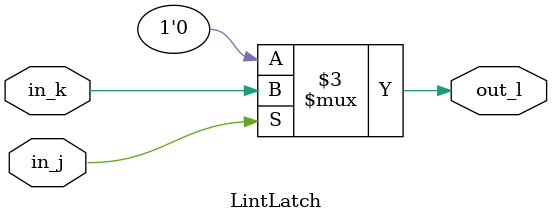
<source format=sv>
module LintLatch (
    output logic out_l,
    input logic in_j,
    input logic in_k
);
    always_comb begin
        if (in_j) begin
            out_l = in_k;
        end else begin
            out_l = 1'b0; 
        end
    end
endmodule


</source>
